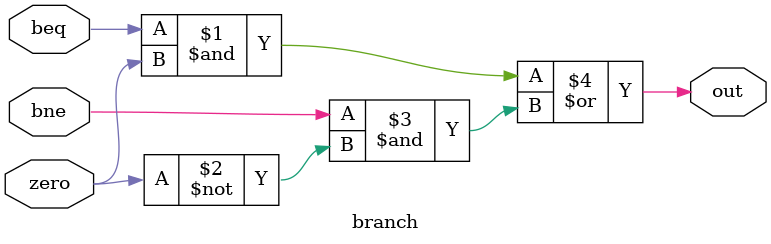
<source format=v>
`timescale 1ns / 1ps
module branch(beq, bne, zero, out);
	input beq, bne, zero;
	output out;
	assign out=(beq&zero)|(bne&(~zero));
endmodule

</source>
